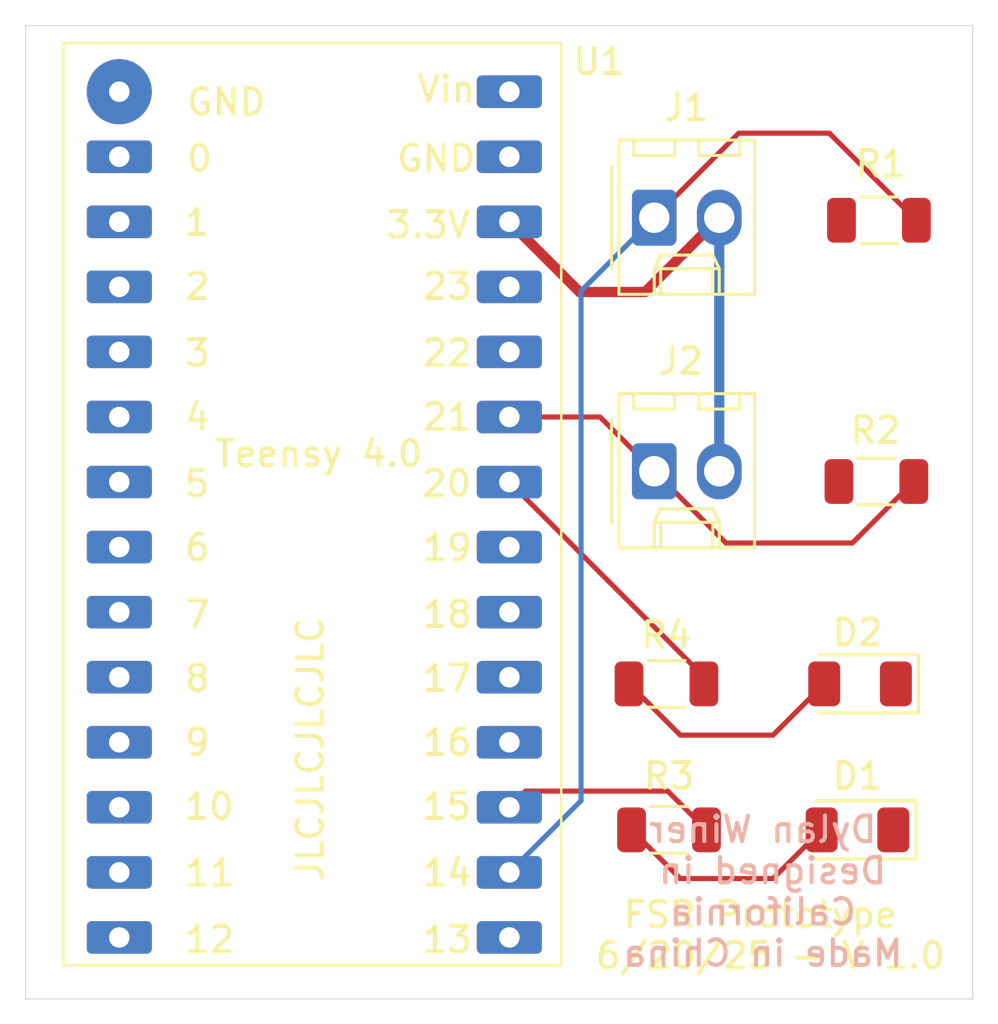
<source format=kicad_pcb>
(kicad_pcb (version 20241229) (generator "pcbnew") (generator_version "9.0")
  (layers (0 "F.Cu" signal "Front") (2 "B.Cu" signal "Back") (13 "F.Paste" user) (15 "B.Paste" user) (5 "F.SilkS" user "F.Silkscreen") (7 "B.SilkS" user "B.Silkscreen") (1 "F.Mask" user) (3 "B.Mask" user) (25 "Edge.Cuts" user))
  (net 0 "")
  (net 1 "Net-(J1-Pin_1)")
  (net 2 "+3.3V")
  (net 3 "Net-(J2-Pin_1)")
  (net 4 "GND")
  (net 11 "Net-(D1-A)")
  (net 20 "Net-(D2-A)")
  (net 29 "Net-(U1-15_A1_RX3_SPDIF_IN)")
  (net 30 "Net-(U1-20_A6_TX5_LRCLK1)")
  (footprint "Connector_Molex:Molex_KK-254_AE-6410-02A_1x02_P2.54mm_Vertical" (layer "F.Cu") (at 65.56 62.5)
    (property "Reference" "J1" (at 1.24 -4.3 0) (layer "F.SilkS") (effects (font (thickness 0.16))))
    (property "Value" "FSR_1_Conn")
    (fp_line (start -1.67 -2) (end -1.67 2) (stroke (width 0.12)) (layer "F.SilkS"))
    (fp_line (start -1.38 -3.03) (end -1.38 2.99) (stroke (width 0.12)) (layer "F.SilkS"))
    (fp_line (start -1.38 2.99) (end 3.92 2.99) (stroke (width 0.12)) (layer "F.SilkS"))
    (fp_line (start -0.8 -3.03) (end -0.8 -2.43) (stroke (width 0.12)) (layer "F.SilkS"))
    (fp_line (start -0.8 -2.43) (end 0.8 -2.43) (stroke (width 0.12)) (layer "F.SilkS"))
    (fp_line (start 0 1.99) (end 0.25 1.46) (stroke (width 0.12)) (layer "F.SilkS"))
    (fp_line (start 0 1.99) (end 2.54 1.99) (stroke (width 0.12)) (layer "F.SilkS"))
    (fp_line (start 0 2.99) (end 0 1.99) (stroke (width 0.12)) (layer "F.SilkS"))
    (fp_line (start 0.25 1.46) (end 2.29 1.46) (stroke (width 0.12)) (layer "F.SilkS"))
    (fp_line (start 0.25 2.99) (end 0.25 1.99) (stroke (width 0.12)) (layer "F.SilkS"))
    (fp_line (start 0.8 -2.43) (end 0.8 -3.03) (stroke (width 0.12)) (layer "F.SilkS"))
    (fp_line (start 1.74 -3.03) (end 1.74 -2.43) (stroke (width 0.12)) (layer "F.SilkS"))
    (fp_line (start 1.74 -2.43) (end 3.34 -2.43) (stroke (width 0.12)) (layer "F.SilkS"))
    (fp_line (start 2.29 1.46) (end 2.54 1.99) (stroke (width 0.12)) (layer "F.SilkS"))
    (fp_line (start 2.29 2.99) (end 2.29 1.99) (stroke (width 0.12)) (layer "F.SilkS"))
    (fp_line (start 2.54 1.99) (end 2.54 2.99) (stroke (width 0.12)) (layer "F.SilkS"))
    (fp_line (start 3.34 -2.43) (end 3.34 -3.03) (stroke (width 0.12)) (layer "F.SilkS"))
    (fp_line (start 3.92 -3.03) (end -1.38 -3.03) (stroke (width 0.12)) (layer "F.SilkS"))
    (fp_line (start 3.92 2.99) (end 3.92 -3.03) (stroke (width 0.12)) (layer "F.SilkS"))
    (pad "1" thru_hole roundrect (at 0 0) (size 1.74 2.19) (drill 1.19) (layers "*.Cu" "*.Mask") (roundrect_rratio 0.143678) (net 1 "Net-(J1-Pin_1)"))
    (pad "2" thru_hole oval (at 2.54 0) (size 1.74 2.19) (drill 1.19) (layers "*.Cu" "*.Mask") (net 2 "+3.3V"))
  )
  (footprint "LED_SMD:LED_1206_3216Metric" (layer "F.Cu") (at 73.6 80.7 180)
    (property "Reference" "D2" (at 0.1 2 0) (layer "F.SilkS") (effects (font (thickness 0.16))))
    (property "Value" "LED")
    (fp_line (start 1.6 -1.135) (end -2.285 -1.135) (stroke (width 0.12)) (layer "F.SilkS"))
    (fp_line (start -2.285 1.135) (end 1.6 1.135) (stroke (width 0.12)) (layer "F.SilkS"))
    (fp_line (start -2.285 -1.135) (end -2.285 1.135) (stroke (width 0.12)) (layer "F.SilkS"))
    (pad "1" smd roundrect (at -1.4 0 180) (size 1.25 1.75) (layers "F.Cu" "F.Mask" "F.Paste") (roundrect_rratio 0.2) (net 4 "GND"))
    (pad "2" smd roundrect (at 1.4 0 180) (size 1.25 1.75) (layers "F.Cu" "F.Mask" "F.Paste") (roundrect_rratio 0.2) (net 20 "Net-(D2-A)"))
  )
  (footprint "Resistor_SMD:R_1206_3216Metric" (layer "F.Cu") (at 66.1375 86.4 180)
    (property "Reference" "R3" (at 0 2.1 0) (layer "F.SilkS") (effects (font (thickness 0.16))))
    (property "Value" "220")
    (fp_line (start -0.727064 0.91) (end 0.727064 0.91) (stroke (width 0.12)) (layer "F.SilkS"))
    (fp_line (start -0.727064 -0.91) (end 0.727064 -0.91) (stroke (width 0.12)) (layer "F.SilkS"))
    (pad "1" smd roundrect (at -1.4625 0 180) (size 1.125 1.75) (layers "F.Cu" "F.Mask" "F.Paste") (roundrect_rratio 0.222222) (net 29 "Net-(U1-15_A1_RX3_SPDIF_IN)"))
    (pad "2" smd roundrect (at 1.4625 0 180) (size 1.125 1.75) (layers "F.Cu" "F.Mask" "F.Paste") (roundrect_rratio 0.222222) (net 11 "Net-(D1-A)"))
  )
  (footprint "MyTeensyLiv:Teensy_4.0_Socketed" (layer "F.Cu") (at 52.21 73.77)
    (property "Reference" "U1" (at 11.19 -17.37 0) (layer "F.SilkS") (effects (font (thickness 0.16))))
    (property "Value" "Teensy4.0")
    (fp_line (start -9.735 -18.08) (end 9.715 -18.08) (stroke (width 0.1)) (layer "F.SilkS"))
    (fp_line (start -9.735 17.92) (end -9.735 -18.08) (stroke (width 0.1)) (layer "F.SilkS"))
    (fp_line (start 9.715 -18.08) (end 9.715 17.92) (stroke (width 0.1)) (layer "F.SilkS"))
    (fp_line (start 9.715 17.92) (end -9.735 17.92) (stroke (width 0.1)) (layer "F.SilkS"))
    (fp_text user "0" (at -5 -13 0) (layer "F.SilkS") (effects (font (thickness 0.16)) (justify left bottom)))
    (fp_text user "GND" (at 3.2 -13 0) (layer "F.SilkS") (effects (font (thickness 0.16)) (justify left bottom)))
    (fp_text user "13" (at 4.2 17.5 0) (layer "F.SilkS") (effects (font (thickness 0.16)) (justify left bottom)))
    (fp_text user "17" (at 4.2 7.3 0) (layer "F.SilkS") (effects (font (thickness 0.16)) (justify left bottom)))
    (fp_text user "7" (at -5.08 4.8 0) (layer "F.SilkS") (effects (font (thickness 0.16)) (justify left bottom)))
    (fp_text user "1" (at -5.1 -10.5 0) (layer "F.SilkS") (effects (font (thickness 0.16)) (justify left bottom)))
    (fp_text user "Vin" (at 4 -15.7 0) (layer "F.SilkS") (effects (font (thickness 0.16)) (justify left bottom)))
    (fp_text user "16" (at 4.2 9.8 0) (layer "F.SilkS") (effects (font (thickness 0.16)) (justify left bottom)))
    (fp_text user "18" (at 4.2 4.8 0) (layer "F.SilkS") (effects (font (thickness 0.16)) (justify left bottom)))
    (fp_text user "15" (at 4.18 12.3 0) (layer "F.SilkS") (effects (font (thickness 0.16)) (justify left bottom)))
    (fp_text user "4" (at -5.08 -2.9 0) (layer "F.SilkS") (effects (font (thickness 0.16)) (justify left bottom)))
    (fp_text user "14" (at 4.2 14.9 0) (layer "F.SilkS") (effects (font (thickness 0.16)) (justify left bottom)))
    (fp_text user "12" (at -5.08 17.5 0) (layer "F.SilkS") (effects (font (thickness 0.16)) (justify left bottom)))
    (fp_text user "6" (at -5.08 2.2 0) (layer "F.SilkS") (effects (font (thickness 0.16)) (justify left bottom)))
    (fp_text user "GND" (at -5 -15.2 0) (layer "F.SilkS") (effects (font (thickness 0.16)) (justify left bottom)))
    (fp_text user "2" (at -5.08 -8 0) (layer "F.SilkS") (effects (font (thickness 0.16)) (justify left bottom)))
    (fp_text user "10" (at -5.1 12.3 0) (layer "F.SilkS") (effects (font (thickness 0.16)) (justify left bottom)))
    (fp_text user "9" (at -5.08 9.8 0) (layer "F.SilkS") (effects (font (thickness 0.16)) (justify left bottom)))
    (fp_text user "19" (at 4.2 2.2 0) (layer "F.SilkS") (effects (font (thickness 0.16)) (justify left bottom)))
    (fp_text user "3" (at -5.08 -5.4 0) (layer "F.SilkS") (effects (font (thickness 0.16)) (justify left bottom)))
    (fp_text user "11" (at -5.08 14.9 0) (layer "F.SilkS") (effects (font (thickness 0.16)) (justify left bottom)))
    (fp_text user "8" (at -5.08 7.3 0) (layer "F.SilkS") (effects (font (thickness 0.16)) (justify left bottom)))
    (fp_text user "21" (at 4.2 -2.9 0) (layer "F.SilkS") (effects (font (thickness 0.16)) (justify left bottom)))
    (fp_text user "5" (at -5.1 -0.3 0) (layer "F.SilkS") (effects (font (thickness 0.16)) (justify left bottom)))
    (fp_text user "23" (at 4.2 -8 0) (layer "F.SilkS") (effects (font (thickness 0.16)) (justify left bottom)))
    (fp_text user "3.3V" (at 2.8 -10.4 0) (layer "F.SilkS") (effects (font (thickness 0.16)) (justify left bottom)))
    (fp_text user "22" (at 4.2 -5.4 0) (layer "F.SilkS") (effects (font (thickness 0.16)) (justify left bottom)))
    (fp_text user "20" (at 4.18 -0.3 0) (layer "F.SilkS") (effects (font (thickness 0.16)) (justify left bottom)))
    (pad "1" thru_hole circle (at -7.55 -16.19) (size 2.54 2.54) (drill 0.8) (layers "*.Cu" "*.Mask") (net 4 "GND"))
    (pad "2" thru_hole roundrect (at -7.55 -13.65) (size 2.54 1.27) (drill 0.8) (layers "*.Cu" "*.Mask") (roundrect_rratio 0.15))
    (pad "3" thru_hole roundrect (at -7.55 -11.11) (size 2.54 1.27) (drill 0.8) (layers "*.Cu" "*.Mask") (roundrect_rratio 0.15))
    (pad "4" thru_hole roundrect (at -7.55 -8.57) (size 2.54 1.27) (drill 0.8) (layers "*.Cu" "*.Mask") (roundrect_rratio 0.15))
    (pad "5" thru_hole roundrect (at -7.55 -6.03) (size 2.54 1.27) (drill 0.8) (layers "*.Cu" "*.Mask") (roundrect_rratio 0.15))
    (pad "6" thru_hole roundrect (at -7.55 -3.49) (size 2.54 1.27) (drill 0.8) (layers "*.Cu" "*.Mask") (roundrect_rratio 0.15))
    (pad "7" thru_hole roundrect (at -7.55 -0.95) (size 2.54 1.27) (drill 0.8) (layers "*.Cu" "*.Mask") (roundrect_rratio 0.15))
    (pad "8" thru_hole roundrect (at -7.55 1.59) (size 2.54 1.27) (drill 0.8) (layers "*.Cu" "*.Mask") (roundrect_rratio 0.15))
    (pad "9" thru_hole roundrect (at -7.55 4.13) (size 2.54 1.27) (drill 0.8) (layers "*.Cu" "*.Mask") (roundrect_rratio 0.15))
    (pad "10" thru_hole roundrect (at -7.55 6.67) (size 2.54 1.27) (drill 0.8) (layers "*.Cu" "*.Mask") (roundrect_rratio 0.15))
    (pad "11" thru_hole roundrect (at -7.55 9.21) (size 2.54 1.27) (drill 0.8) (layers "*.Cu" "*.Mask") (roundrect_rratio 0.15))
    (pad "12" thru_hole roundrect (at -7.55 11.75) (size 2.54 1.27) (drill 0.8) (layers "*.Cu" "*.Mask") (roundrect_rratio 0.15))
    (pad "13" thru_hole roundrect (at -7.55 14.29) (size 2.54 1.27) (drill 0.8) (layers "*.Cu" "*.Mask") (roundrect_rratio 0.15))
    (pad "14" thru_hole roundrect (at -7.55 16.83) (size 2.54 1.27) (drill 0.8) (layers "*.Cu" "*.Mask") (roundrect_rratio 0.15))
    (pad "15" thru_hole roundrect (at 7.69 16.83) (size 2.54 1.27) (drill 0.8) (layers "*.Cu" "*.Mask") (roundrect_rratio 0.15))
    (pad "16" thru_hole roundrect (at 7.69 14.29) (size 2.54 1.27) (drill 0.8) (layers "*.Cu" "*.Mask") (roundrect_rratio 0.15) (net 1 "Net-(J1-Pin_1)"))
    (pad "17" thru_hole roundrect (at 7.69 11.75) (size 2.54 1.27) (drill 0.8) (layers "*.Cu" "*.Mask") (roundrect_rratio 0.15) (net 29 "Net-(U1-15_A1_RX3_SPDIF_IN)"))
    (pad "18" thru_hole roundrect (at 7.69 9.21) (size 2.54 1.27) (drill 0.8) (layers "*.Cu" "*.Mask") (roundrect_rratio 0.15))
    (pad "19" thru_hole roundrect (at 7.69 6.67) (size 2.54 1.27) (drill 0.8) (layers "*.Cu" "*.Mask") (roundrect_rratio 0.15))
    (pad "20" thru_hole roundrect (at 7.69 4.13) (size 2.54 1.27) (drill 0.8) (layers "*.Cu" "*.Mask") (roundrect_rratio 0.15))
    (pad "21" thru_hole roundrect (at 7.69 1.59) (size 2.54 1.27) (drill 0.8) (layers "*.Cu" "*.Mask") (roundrect_rratio 0.15))
    (pad "22" thru_hole roundrect (at 7.69 -0.95) (size 2.54 1.27) (drill 0.8) (layers "*.Cu" "*.Mask") (roundrect_rratio 0.15) (net 30 "Net-(U1-20_A6_TX5_LRCLK1)"))
    (pad "23" thru_hole roundrect (at 7.69 -3.49) (size 2.54 1.27) (drill 0.8) (layers "*.Cu" "*.Mask") (roundrect_rratio 0.15) (net 3 "Net-(J2-Pin_1)"))
    (pad "24" thru_hole roundrect (at 7.69 -6.03) (size 2.54 1.27) (drill 0.8) (layers "*.Cu" "*.Mask") (roundrect_rratio 0.15))
    (pad "25" thru_hole roundrect (at 7.69 -8.57) (size 2.54 1.27) (drill 0.8) (layers "*.Cu" "*.Mask") (roundrect_rratio 0.15))
    (pad "26" thru_hole roundrect (at 7.69 -11.11) (size 2.54 1.27) (drill 0.8) (layers "*.Cu" "*.Mask") (roundrect_rratio 0.15) (net 2 "+3.3V"))
    (pad "27" thru_hole roundrect (at 7.69 -13.65) (size 2.54 1.27) (drill 0.8) (layers "*.Cu" "*.Mask") (roundrect_rratio 0.15))
    (pad "28" thru_hole roundrect (at 7.69 -16.19) (size 2.54 1.27) (drill 0.8) (layers "*.Cu" "*.Mask") (roundrect_rratio 0.15))
  )
  (footprint "Resistor_SMD:R_1206_3216Metric" (layer "F.Cu") (at 66.0375 80.7)
    (property "Reference" "R4" (at 0 -1.9 0) (layer "F.SilkS") (effects (font (thickness 0.16))))
    (property "Value" "220")
    (fp_line (start -0.727064 -0.91) (end 0.727064 -0.91) (stroke (width 0.12)) (layer "F.SilkS"))
    (fp_line (start -0.727064 0.91) (end 0.727064 0.91) (stroke (width 0.12)) (layer "F.SilkS"))
    (pad "1" smd roundrect (at -1.4625 0) (size 1.125 1.75) (layers "F.Cu" "F.Mask" "F.Paste") (roundrect_rratio 0.222222) (net 20 "Net-(D2-A)"))
    (pad "2" smd roundrect (at 1.4625 0) (size 1.125 1.75) (layers "F.Cu" "F.Mask" "F.Paste") (roundrect_rratio 0.222222) (net 30 "Net-(U1-20_A6_TX5_LRCLK1)"))
  )
  (footprint "Resistor_SMD:R_1206_3216Metric" (layer "F.Cu") (at 74.2375 72.8)
    (property "Reference" "R2" (at -0.0375 -2 0) (layer "F.SilkS") (effects (font (thickness 0.16))))
    (property "Value" "22K")
    (fp_line (start -0.727064 -0.91) (end 0.727064 -0.91) (stroke (width 0.12)) (layer "F.SilkS"))
    (fp_line (start -0.727064 0.91) (end 0.727064 0.91) (stroke (width 0.12)) (layer "F.SilkS"))
    (pad "1" smd roundrect (at -1.4625 0) (size 1.125 1.75) (layers "F.Cu" "F.Mask" "F.Paste") (roundrect_rratio 0.222222) (net 4 "GND"))
    (pad "2" smd roundrect (at 1.4625 0) (size 1.125 1.75) (layers "F.Cu" "F.Mask" "F.Paste") (roundrect_rratio 0.222222) (net 3 "Net-(J2-Pin_1)"))
  )
  (footprint "LED_SMD:LED_1206_3216Metric" (layer "F.Cu") (at 73.5 86.4 180)
    (property "Reference" "D1" (at 0 2.1 0) (layer "F.SilkS") (effects (font (thickness 0.16))))
    (property "Value" "LED")
    (fp_line (start 1.6 -1.135) (end -2.285 -1.135) (stroke (width 0.12)) (layer "F.SilkS"))
    (fp_line (start -2.285 1.135) (end 1.6 1.135) (stroke (width 0.12)) (layer "F.SilkS"))
    (fp_line (start -2.285 -1.135) (end -2.285 1.135) (stroke (width 0.12)) (layer "F.SilkS"))
    (pad "1" smd roundrect (at -1.4 0 180) (size 1.25 1.75) (layers "F.Cu" "F.Mask" "F.Paste") (roundrect_rratio 0.2) (net 4 "GND"))
    (pad "2" smd roundrect (at 1.4 0 180) (size 1.25 1.75) (layers "F.Cu" "F.Mask" "F.Paste") (roundrect_rratio 0.2) (net 11 "Net-(D1-A)"))
  )
  (footprint "Connector_Molex:Molex_KK-254_AE-6410-02A_1x02_P2.54mm_Vertical" (layer "F.Cu") (at 65.56 72.4)
    (property "Reference" "J2" (at 1.04 -4.3 0) (layer "F.SilkS") (effects (font (thickness 0.16))))
    (property "Value" "FSR_2_Conn")
    (fp_line (start -1.67 -2) (end -1.67 2) (stroke (width 0.12)) (layer "F.SilkS"))
    (fp_line (start -1.38 -3.03) (end -1.38 2.99) (stroke (width 0.12)) (layer "F.SilkS"))
    (fp_line (start -1.38 2.99) (end 3.92 2.99) (stroke (width 0.12)) (layer "F.SilkS"))
    (fp_line (start -0.8 -3.03) (end -0.8 -2.43) (stroke (width 0.12)) (layer "F.SilkS"))
    (fp_line (start -0.8 -2.43) (end 0.8 -2.43) (stroke (width 0.12)) (layer "F.SilkS"))
    (fp_line (start 0 1.99) (end 0.25 1.46) (stroke (width 0.12)) (layer "F.SilkS"))
    (fp_line (start 0 1.99) (end 2.54 1.99) (stroke (width 0.12)) (layer "F.SilkS"))
    (fp_line (start 0 2.99) (end 0 1.99) (stroke (width 0.12)) (layer "F.SilkS"))
    (fp_line (start 0.25 1.46) (end 2.29 1.46) (stroke (width 0.12)) (layer "F.SilkS"))
    (fp_line (start 0.25 2.99) (end 0.25 1.99) (stroke (width 0.12)) (layer "F.SilkS"))
    (fp_line (start 0.8 -2.43) (end 0.8 -3.03) (stroke (width 0.12)) (layer "F.SilkS"))
    (fp_line (start 1.74 -3.03) (end 1.74 -2.43) (stroke (width 0.12)) (layer "F.SilkS"))
    (fp_line (start 1.74 -2.43) (end 3.34 -2.43) (stroke (width 0.12)) (layer "F.SilkS"))
    (fp_line (start 2.29 1.46) (end 2.54 1.99) (stroke (width 0.12)) (layer "F.SilkS"))
    (fp_line (start 2.29 2.99) (end 2.29 1.99) (stroke (width 0.12)) (layer "F.SilkS"))
    (fp_line (start 2.54 1.99) (end 2.54 2.99) (stroke (width 0.12)) (layer "F.SilkS"))
    (fp_line (start 3.34 -2.43) (end 3.34 -3.03) (stroke (width 0.12)) (layer "F.SilkS"))
    (fp_line (start 3.92 -3.03) (end -1.38 -3.03) (stroke (width 0.12)) (layer "F.SilkS"))
    (fp_line (start 3.92 2.99) (end 3.92 -3.03) (stroke (width 0.12)) (layer "F.SilkS"))
    (pad "1" thru_hole roundrect (at 0 0) (size 1.74 2.19) (drill 1.19) (layers "*.Cu" "*.Mask") (roundrect_rratio 0.143678) (net 3 "Net-(J2-Pin_1)"))
    (pad "2" thru_hole oval (at 2.54 0) (size 1.74 2.19) (drill 1.19) (layers "*.Cu" "*.Mask") (net 2 "+3.3V"))
  )
  (footprint "Resistor_SMD:R_1206_3216Metric" (layer "F.Cu") (at 74.3375 62.6)
    (property "Reference" "R1" (at 0.0625 -2.2 0) (layer "F.SilkS") (effects (font (thickness 0.16))))
    (property "Value" "22K")
    (fp_line (start -0.727064 -0.91) (end 0.727064 -0.91) (stroke (width 0.12)) (layer "F.SilkS"))
    (fp_line (start -0.727064 0.91) (end 0.727064 0.91) (stroke (width 0.12)) (layer "F.SilkS"))
    (pad "1" smd roundrect (at -1.4625 0) (size 1.125 1.75) (layers "F.Cu" "F.Mask" "F.Paste") (roundrect_rratio 0.222222) (net 4 "GND"))
    (pad "2" smd roundrect (at 1.4625 0) (size 1.125 1.75) (layers "F.Cu" "F.Mask" "F.Paste") (roundrect_rratio 0.222222) (net 1 "Net-(J1-Pin_1)"))
  )
  (gr_line (start 78 93) (end 78 55) (stroke (width 0.0381)) (layer "Edge.Cuts"))
  (gr_line (start 41 55) (end 41 93) (stroke (width 0.0381)) (layer "Edge.Cuts"))
  (gr_line (start 78 55) (end 41 55) (stroke (width 0.0381)) (layer "Edge.Cuts"))
  (gr_line (start 41 93) (end 78 93) (stroke (width 0.0381)) (layer "Edge.Cuts"))
  (gr_text "6/20/25 - V 1.0" (at 70.1 91.9 0) (layer "F.SilkS") (effects (font (size 1 1) (thickness 0.16)) (justify bottom)))
  (gr_text "FSR Prototype" (at 69.7 90.3 0) (layer "F.SilkS") (effects (font (size 1 1) (thickness 0.16)) (justify bottom)))
  (gr_text "JLCJLCJLCJLC" (at 52.7 88.5 90) (layer "F.SilkS") (effects (font (size 1 1) (thickness 0.16)) (justify left bottom)))
  (gr_text "Teensy 4.0" (at 48.3 72.3 0) (layer "F.SilkS") (effects (font (size 1 1) (thickness 0.16)) (justify left bottom)))
  (gr_text "Dylan Winer\nDesigned in \nCalifornia\nMade in China" (at 69.8 91.8 0) (layer "B.SilkS") (effects (font (size 1 1) (thickness 0.16)) (justify bottom mirror)))
  (segment (start 72.4 59.2) (end 75.8 62.6) (width 0.2) (layer "F.Cu") (net 1))
  (segment (start 68.86 59.2) (end 72.4 59.2) (width 0.2) (layer "F.Cu") (net 1))
  (segment (start 65.56 62.5) (end 68.86 59.2) (width 0.2) (layer "F.Cu") (net 1))
  (segment (start 62.7 85.26) (end 62.7 65.36) (width 0.2) (layer "B.Cu") (net 1))
  (segment (start 62.7 65.36) (end 65.56 62.5) (width 0.2) (layer "B.Cu") (net 1))
  (segment (start 59.9 88.06) (end 62.7 85.26) (width 0.2) (layer "B.Cu") (net 1))
  (segment (start 65.2 65.4) (end 68.1 62.5) (width 0.4) (layer "F.Cu") (net 2))
  (segment (start 59.9 62.66) (end 62.64 65.4) (width 0.4) (layer "F.Cu") (net 2))
  (segment (start 62.64 65.4) (end 65.2 65.4) (width 0.4) (layer "F.Cu") (net 2))
  (segment (start 68.1 72.4) (end 68.1 62.5) (width 0.4) (layer "B.Cu") (net 2))
  (segment (start 59.9 70.28) (end 63.44 70.28) (width 0.2) (layer "F.Cu") (net 3))
  (segment (start 63.44 70.28) (end 65.56 72.4) (width 0.2) (layer "F.Cu") (net 3))
  (segment (start 65.56 72.4) (end 68.36 75.2) (width 0.2) (layer "F.Cu") (net 3))
  (segment (start 68.36 75.2) (end 73.3 75.2) (width 0.2) (layer "F.Cu") (net 3))
  (segment (start 73.3 75.2) (end 75.7 72.8) (width 0.2) (layer "F.Cu") (net 3))
  (segment (start 66.575 88.3) (end 70.2 88.3) (width 0.2) (layer "F.Cu") (net 11))
  (segment (start 70.2 88.3) (end 72.1 86.4) (width 0.2) (layer "F.Cu") (net 11))
  (segment (start 64.675 86.4) (end 66.575 88.3) (width 0.2) (layer "F.Cu") (net 11))
  (segment (start 70.2 82.7) (end 72.2 80.7) (width 0.2) (layer "F.Cu") (net 20))
  (segment (start 66.575 82.7) (end 70.2 82.7) (width 0.2) (layer "F.Cu") (net 20))
  (segment (start 64.575 80.7) (end 66.575 82.7) (width 0.2) (layer "F.Cu") (net 20))
  (segment (start 59.9 85.52) (end 60.535 84.885) (width 0.2) (layer "F.Cu") (net 29))
  (segment (start 60.535 84.885) (end 66.085 84.885) (width 0.2) (layer "F.Cu") (net 29))
  (segment (start 66.085 84.885) (end 67.6 86.4) (width 0.2) (layer "F.Cu") (net 29))
  (segment (start 59.9 72.82) (end 67.5 80.42) (width 0.2) (layer "F.Cu") (net 30))
  (segment (start 67.5 80.42) (end 67.5 80.7) (width 0.2) (layer "F.Cu") (net 30))
)
</source>
